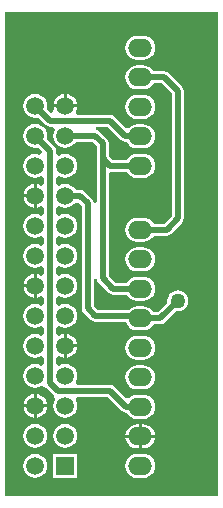
<source format=gbl>
G04 Layer_Physical_Order=2*
G04 Layer_Color=16711680*
%FSLAX25Y25*%
%MOIN*%
G70*
G01*
G75*
%ADD10C,0.01969*%
%ADD11C,0.05906*%
%ADD12R,0.05906X0.05906*%
%ADD13O,0.08000X0.06000*%
%ADD14C,0.05000*%
G36*
X70866Y0D02*
X0D01*
Y161417D01*
X70866D01*
Y0D01*
D02*
G37*
%LPC*%
G36*
X46000Y153405D02*
X44000D01*
X42956Y153267D01*
X41983Y152864D01*
X41147Y152223D01*
X40506Y151387D01*
X40103Y150414D01*
X39966Y149370D01*
X40103Y148326D01*
X40506Y147353D01*
X41147Y146517D01*
X41983Y145876D01*
X42956Y145473D01*
X44000Y145336D01*
X46000D01*
X47044Y145473D01*
X48017Y145876D01*
X48853Y146517D01*
X49494Y147353D01*
X49897Y148326D01*
X50034Y149370D01*
X49897Y150414D01*
X49494Y151387D01*
X48853Y152223D01*
X48017Y152864D01*
X47044Y153267D01*
X46000Y153405D01*
D02*
G37*
G36*
X20500Y133921D02*
Y130500D01*
X23921D01*
X23851Y131032D01*
X23453Y131993D01*
X22819Y132819D01*
X21993Y133453D01*
X21032Y133851D01*
X20500Y133921D01*
D02*
G37*
G36*
X19500D02*
X18968Y133851D01*
X18007Y133453D01*
X17181Y132819D01*
X16547Y131993D01*
X16149Y131032D01*
X16079Y130500D01*
X19500D01*
Y133921D01*
D02*
G37*
G36*
X46000Y133720D02*
X44000D01*
X42956Y133582D01*
X41983Y133179D01*
X41147Y132538D01*
X40506Y131702D01*
X40103Y130729D01*
X39966Y129685D01*
X40103Y128641D01*
X40506Y127668D01*
X41147Y126832D01*
X41983Y126191D01*
X42956Y125788D01*
X44000Y125651D01*
X46000D01*
X47044Y125788D01*
X48017Y126191D01*
X48853Y126832D01*
X49494Y127668D01*
X49897Y128641D01*
X50034Y129685D01*
X49897Y130729D01*
X49494Y131702D01*
X48853Y132538D01*
X48017Y133179D01*
X47044Y133582D01*
X46000Y133720D01*
D02*
G37*
G36*
X10000Y133987D02*
X8968Y133851D01*
X8007Y133453D01*
X7181Y132819D01*
X6547Y131993D01*
X6149Y131032D01*
X6013Y130000D01*
X6149Y128968D01*
X6547Y128007D01*
X7181Y127181D01*
X8007Y126547D01*
X8968Y126149D01*
X10000Y126013D01*
X10995Y126144D01*
X13569Y123569D01*
X14226Y123131D01*
X15000Y122977D01*
X16041D01*
X16547Y121993D01*
X16149Y121032D01*
X16013Y120000D01*
X16149Y118968D01*
X16547Y118007D01*
X17181Y117181D01*
X18007Y116547D01*
X18968Y116149D01*
X20000Y116013D01*
X21032Y116149D01*
X21993Y116547D01*
X22819Y117181D01*
X23430Y117977D01*
X29162D01*
X30477Y116662D01*
Y112500D01*
Y97831D01*
X29477Y97733D01*
X29369Y98274D01*
X28931Y98931D01*
X26431Y101431D01*
X25774Y101869D01*
X25000Y102023D01*
X23430D01*
X22819Y102819D01*
X21993Y103453D01*
X21032Y103851D01*
X20000Y103987D01*
X18968Y103851D01*
X18007Y103453D01*
X17023Y103959D01*
Y106041D01*
X18007Y106547D01*
X18968Y106149D01*
X20000Y106013D01*
X21032Y106149D01*
X21993Y106547D01*
X22819Y107181D01*
X23453Y108007D01*
X23851Y108968D01*
X23987Y110000D01*
X23851Y111032D01*
X23453Y111993D01*
X22819Y112819D01*
X21993Y113453D01*
X21032Y113851D01*
X20000Y113987D01*
X18968Y113851D01*
X18007Y113453D01*
X17023Y113959D01*
Y115000D01*
X16869Y115774D01*
X16431Y116431D01*
X13856Y119005D01*
X13987Y120000D01*
X13851Y121032D01*
X13453Y121993D01*
X12819Y122819D01*
X11993Y123453D01*
X11032Y123851D01*
X10000Y123987D01*
X8968Y123851D01*
X8007Y123453D01*
X7181Y122819D01*
X6547Y121993D01*
X6149Y121032D01*
X6013Y120000D01*
X6149Y118968D01*
X6547Y118007D01*
X7181Y117181D01*
X8007Y116547D01*
X8968Y116149D01*
X10000Y116013D01*
X10995Y116144D01*
X12369Y114770D01*
X12311Y114403D01*
X11202Y113781D01*
X11032Y113851D01*
X10000Y113987D01*
X8968Y113851D01*
X8007Y113453D01*
X7181Y112819D01*
X6547Y111993D01*
X6149Y111032D01*
X6013Y110000D01*
X6149Y108968D01*
X6547Y108007D01*
X7181Y107181D01*
X8007Y106547D01*
X8968Y106149D01*
X10000Y106013D01*
X11032Y106149D01*
X11993Y106547D01*
X12977Y106041D01*
Y103959D01*
X11993Y103453D01*
X11032Y103851D01*
X10500Y103921D01*
Y100000D01*
Y96079D01*
X11032Y96149D01*
X11993Y96547D01*
X12977Y96041D01*
Y93959D01*
X11993Y93453D01*
X11032Y93851D01*
X10000Y93987D01*
X8968Y93851D01*
X8007Y93453D01*
X7181Y92819D01*
X6547Y91993D01*
X6149Y91032D01*
X6013Y90000D01*
X6149Y88968D01*
X6547Y88007D01*
X7181Y87181D01*
X8007Y86547D01*
X8968Y86149D01*
X10000Y86013D01*
X11032Y86149D01*
X11993Y86547D01*
X12977Y86041D01*
Y83959D01*
X11993Y83453D01*
X11032Y83851D01*
X10000Y83987D01*
X8968Y83851D01*
X8007Y83453D01*
X7181Y82819D01*
X6547Y81993D01*
X6149Y81032D01*
X6013Y80000D01*
X6149Y78968D01*
X6547Y78007D01*
X7181Y77181D01*
X8007Y76547D01*
X8968Y76149D01*
X10000Y76013D01*
X11032Y76149D01*
X11993Y76547D01*
X12977Y76041D01*
Y73959D01*
X11993Y73453D01*
X11032Y73851D01*
X10500Y73921D01*
Y70000D01*
Y66079D01*
X11032Y66149D01*
X11993Y66547D01*
X12977Y66041D01*
Y63959D01*
X11993Y63453D01*
X11032Y63851D01*
X10000Y63987D01*
X8968Y63851D01*
X8007Y63453D01*
X7181Y62819D01*
X6547Y61993D01*
X6149Y61032D01*
X6013Y60000D01*
X6149Y58968D01*
X6547Y58007D01*
X7181Y57181D01*
X8007Y56547D01*
X8968Y56149D01*
X10000Y56013D01*
X11032Y56149D01*
X11993Y56547D01*
X12977Y56041D01*
Y53959D01*
X11993Y53453D01*
X11032Y53851D01*
X10000Y53987D01*
X8968Y53851D01*
X8007Y53453D01*
X7181Y52819D01*
X6547Y51993D01*
X6149Y51032D01*
X6013Y50000D01*
X6149Y48968D01*
X6547Y48007D01*
X7181Y47181D01*
X8007Y46547D01*
X8968Y46149D01*
X10000Y46013D01*
X11032Y46149D01*
X11993Y46547D01*
X12977Y46041D01*
Y43959D01*
X11993Y43453D01*
X11032Y43851D01*
X10000Y43987D01*
X8968Y43851D01*
X8007Y43453D01*
X7181Y42819D01*
X6547Y41993D01*
X6149Y41032D01*
X6013Y40000D01*
X6149Y38968D01*
X6547Y38007D01*
X7181Y37181D01*
X8007Y36547D01*
X8968Y36149D01*
X10000Y36013D01*
X11032Y36149D01*
X11993Y36547D01*
X12127Y36649D01*
X12319Y36664D01*
X13381Y36351D01*
X13569Y36069D01*
X16069Y33569D01*
X16352Y33381D01*
X16664Y32319D01*
X16649Y32127D01*
X16547Y31993D01*
X16149Y31032D01*
X16013Y30000D01*
X16149Y28968D01*
X16547Y28007D01*
X17181Y27181D01*
X18007Y26547D01*
X18968Y26149D01*
X20000Y26013D01*
X21032Y26149D01*
X21993Y26547D01*
X22819Y27181D01*
X23453Y28007D01*
X23851Y28968D01*
X23987Y30000D01*
X23851Y31032D01*
X23453Y31993D01*
X23959Y32977D01*
X34162D01*
X38884Y28255D01*
X39541Y27816D01*
X40315Y27662D01*
X40510D01*
X41147Y26832D01*
X41983Y26191D01*
X42956Y25788D01*
X44000Y25651D01*
X46000D01*
X47044Y25788D01*
X48017Y26191D01*
X48853Y26832D01*
X49494Y27668D01*
X49897Y28641D01*
X50034Y29685D01*
X49897Y30729D01*
X49494Y31702D01*
X48853Y32538D01*
X48017Y33179D01*
X47044Y33582D01*
X46000Y33720D01*
X44000D01*
X42956Y33582D01*
X41983Y33179D01*
X41147Y32538D01*
X40374Y32487D01*
X36431Y36431D01*
X35774Y36869D01*
X35000Y37023D01*
X23959D01*
X23453Y38007D01*
X23851Y38968D01*
X23987Y40000D01*
X23851Y41032D01*
X23453Y41993D01*
X22819Y42819D01*
X21993Y43453D01*
X21032Y43851D01*
X20000Y43987D01*
X18968Y43851D01*
X18007Y43453D01*
X17023Y43959D01*
Y46041D01*
X18007Y46547D01*
X18968Y46149D01*
X19500Y46079D01*
Y50000D01*
Y53921D01*
X18968Y53851D01*
X18007Y53453D01*
X17023Y53959D01*
Y56041D01*
X18007Y56547D01*
X18968Y56149D01*
X20000Y56013D01*
X21032Y56149D01*
X21993Y56547D01*
X22819Y57181D01*
X23453Y58007D01*
X23851Y58968D01*
X23987Y60000D01*
X23851Y61032D01*
X23453Y61993D01*
X22819Y62819D01*
X21993Y63453D01*
X21032Y63851D01*
X20000Y63987D01*
X18968Y63851D01*
X18007Y63453D01*
X17023Y63959D01*
Y66041D01*
X18007Y66547D01*
X18968Y66149D01*
X20000Y66013D01*
X21032Y66149D01*
X21993Y66547D01*
X22819Y67181D01*
X23453Y68007D01*
X23851Y68968D01*
X23987Y70000D01*
X23851Y71032D01*
X23453Y71993D01*
X22819Y72819D01*
X21993Y73453D01*
X21032Y73851D01*
X20000Y73987D01*
X18968Y73851D01*
X18007Y73453D01*
X17023Y73959D01*
Y76041D01*
X18007Y76547D01*
X18968Y76149D01*
X20000Y76013D01*
X21032Y76149D01*
X21993Y76547D01*
X22819Y77181D01*
X23453Y78007D01*
X23851Y78968D01*
X23987Y80000D01*
X23851Y81032D01*
X23453Y81993D01*
X22819Y82819D01*
X21993Y83453D01*
X21032Y83851D01*
X20000Y83987D01*
X18968Y83851D01*
X18007Y83453D01*
X17023Y83959D01*
Y86041D01*
X18007Y86547D01*
X18968Y86149D01*
X20000Y86013D01*
X21032Y86149D01*
X21993Y86547D01*
X22819Y87181D01*
X23453Y88007D01*
X23851Y88968D01*
X23987Y90000D01*
X23851Y91032D01*
X23453Y91993D01*
X22819Y92819D01*
X21993Y93453D01*
X21032Y93851D01*
X20000Y93987D01*
X18968Y93851D01*
X18007Y93453D01*
X17023Y93959D01*
Y96041D01*
X18007Y96547D01*
X18968Y96149D01*
X20000Y96013D01*
X21032Y96149D01*
X21993Y96547D01*
X22819Y97181D01*
X23256Y97750D01*
X24339Y97800D01*
X25477Y96662D01*
Y62500D01*
X25631Y61726D01*
X26069Y61069D01*
X28569Y58569D01*
X29226Y58131D01*
X30000Y57977D01*
X40182D01*
X40506Y57195D01*
X41147Y56360D01*
X41983Y55719D01*
X42956Y55316D01*
X44000Y55178D01*
X46000D01*
X47044Y55316D01*
X48017Y55719D01*
X48853Y56360D01*
X49490Y57190D01*
X51713D01*
X52487Y57344D01*
X53143Y57782D01*
X56909Y61548D01*
X57500Y61470D01*
X58414Y61590D01*
X59265Y61943D01*
X59996Y62504D01*
X60557Y63235D01*
X60910Y64086D01*
X61030Y65000D01*
X60910Y65914D01*
X60557Y66765D01*
X59996Y67496D01*
X59265Y68057D01*
X58414Y68410D01*
X57500Y68530D01*
X56586Y68410D01*
X55735Y68057D01*
X55004Y67496D01*
X54443Y66765D01*
X54090Y65914D01*
X53970Y65000D01*
X54048Y64409D01*
X50875Y61236D01*
X49490D01*
X48853Y62065D01*
X48017Y62707D01*
X47044Y63110D01*
X46000Y63247D01*
X44000D01*
X42956Y63110D01*
X41983Y62707D01*
X41147Y62065D01*
X41115Y62023D01*
X30838D01*
X29523Y63338D01*
Y72169D01*
X30523Y72268D01*
X30631Y71726D01*
X31069Y71069D01*
X34514Y67625D01*
X35171Y67186D01*
X35945Y67032D01*
X40510D01*
X41147Y66202D01*
X41983Y65561D01*
X42956Y65158D01*
X44000Y65021D01*
X46000D01*
X47044Y65158D01*
X48017Y65561D01*
X48853Y66202D01*
X49494Y67038D01*
X49897Y68011D01*
X50034Y69055D01*
X49897Y70099D01*
X49494Y71072D01*
X48853Y71908D01*
X48017Y72549D01*
X47044Y72952D01*
X46000Y73090D01*
X44000D01*
X42956Y72952D01*
X41983Y72549D01*
X41147Y71908D01*
X40510Y71078D01*
X36783D01*
X34523Y73338D01*
Y107586D01*
X35000Y107977D01*
X40510D01*
X41147Y107147D01*
X41983Y106506D01*
X42956Y106103D01*
X44000Y105965D01*
X46000D01*
X47044Y106103D01*
X48017Y106506D01*
X48853Y107147D01*
X49494Y107983D01*
X49897Y108956D01*
X50034Y110000D01*
X49897Y111044D01*
X49494Y112017D01*
X48853Y112853D01*
X48017Y113494D01*
X47044Y113897D01*
X46000Y114034D01*
X44000D01*
X42956Y113897D01*
X41983Y113494D01*
X41147Y112853D01*
X40510Y112023D01*
X35838D01*
X34523Y113338D01*
Y117500D01*
X34369Y118274D01*
X33931Y118931D01*
X31431Y121431D01*
X30774Y121869D01*
X30233Y121977D01*
X30331Y122977D01*
X34162D01*
X38569Y118569D01*
X39226Y118131D01*
X40000Y117977D01*
X40443D01*
X40506Y117825D01*
X41147Y116990D01*
X41983Y116349D01*
X42956Y115945D01*
X44000Y115808D01*
X46000D01*
X47044Y115945D01*
X48017Y116349D01*
X48853Y116990D01*
X49494Y117825D01*
X49897Y118798D01*
X50034Y119843D01*
X49897Y120887D01*
X49494Y121860D01*
X48853Y122695D01*
X48017Y123337D01*
X47044Y123740D01*
X46000Y123877D01*
X44000D01*
X42956Y123740D01*
X41983Y123337D01*
X41147Y122695D01*
X40226Y122635D01*
X36431Y126431D01*
X35774Y126869D01*
X35000Y127023D01*
X23959D01*
X23453Y128007D01*
X23851Y128968D01*
X23921Y129500D01*
X20000D01*
X16079D01*
X16149Y128968D01*
X16219Y128798D01*
X15597Y127689D01*
X15230Y127631D01*
X13856Y129005D01*
X13987Y130000D01*
X13851Y131032D01*
X13453Y131993D01*
X12819Y132819D01*
X11993Y133453D01*
X11032Y133851D01*
X10000Y133987D01*
D02*
G37*
G36*
X9500Y103921D02*
X8968Y103851D01*
X8007Y103453D01*
X7181Y102819D01*
X6547Y101993D01*
X6149Y101032D01*
X6079Y100500D01*
X9500D01*
Y103921D01*
D02*
G37*
G36*
Y99500D02*
X6079D01*
X6149Y98968D01*
X6547Y98007D01*
X7181Y97181D01*
X8007Y96547D01*
X8968Y96149D01*
X9500Y96079D01*
Y99500D01*
D02*
G37*
G36*
X46000Y143562D02*
X44000D01*
X42956Y143425D01*
X41983Y143022D01*
X41147Y142380D01*
X40506Y141545D01*
X40103Y140572D01*
X39966Y139528D01*
X40103Y138483D01*
X40506Y137510D01*
X41147Y136675D01*
X41983Y136034D01*
X42956Y135631D01*
X44000Y135493D01*
X46000D01*
X47044Y135631D01*
X48017Y136034D01*
X48853Y136675D01*
X49490Y137504D01*
X52134D01*
X55477Y134162D01*
Y93338D01*
X52902Y90763D01*
X49490D01*
X48853Y91593D01*
X48017Y92234D01*
X47044Y92637D01*
X46000Y92775D01*
X44000D01*
X42956Y92637D01*
X41983Y92234D01*
X41147Y91593D01*
X40506Y90757D01*
X40103Y89784D01*
X39966Y88740D01*
X40103Y87696D01*
X40506Y86723D01*
X41147Y85887D01*
X41983Y85246D01*
X42956Y84843D01*
X44000Y84706D01*
X46000D01*
X47044Y84843D01*
X48017Y85246D01*
X48853Y85887D01*
X49490Y86717D01*
X53740D01*
X54514Y86871D01*
X55171Y87310D01*
X58931Y91069D01*
X59369Y91726D01*
X59523Y92500D01*
Y135000D01*
X59369Y135774D01*
X58931Y136431D01*
X54403Y140958D01*
X53747Y141397D01*
X52972Y141551D01*
X49490D01*
X48853Y142380D01*
X48017Y143022D01*
X47044Y143425D01*
X46000Y143562D01*
D02*
G37*
G36*
Y82932D02*
X44000D01*
X42956Y82795D01*
X41983Y82392D01*
X41147Y81751D01*
X40506Y80915D01*
X40103Y79942D01*
X39966Y78898D01*
X40103Y77853D01*
X40506Y76880D01*
X41147Y76045D01*
X41983Y75404D01*
X42956Y75001D01*
X44000Y74863D01*
X46000D01*
X47044Y75001D01*
X48017Y75404D01*
X48853Y76045D01*
X49494Y76880D01*
X49897Y77853D01*
X50034Y78898D01*
X49897Y79942D01*
X49494Y80915D01*
X48853Y81751D01*
X48017Y82392D01*
X47044Y82795D01*
X46000Y82932D01*
D02*
G37*
G36*
X9500Y73921D02*
X8968Y73851D01*
X8007Y73453D01*
X7181Y72819D01*
X6547Y71993D01*
X6149Y71032D01*
X6079Y70500D01*
X9500D01*
Y73921D01*
D02*
G37*
G36*
Y69500D02*
X6079D01*
X6149Y68968D01*
X6547Y68007D01*
X7181Y67181D01*
X8007Y66547D01*
X8968Y66149D01*
X9500Y66079D01*
Y69500D01*
D02*
G37*
G36*
X20500Y53921D02*
Y50500D01*
X23921D01*
X23851Y51032D01*
X23453Y51993D01*
X22819Y52819D01*
X21993Y53453D01*
X21032Y53851D01*
X20500Y53921D01*
D02*
G37*
G36*
X23921Y49500D02*
X20500D01*
Y46079D01*
X21032Y46149D01*
X21993Y46547D01*
X22819Y47181D01*
X23453Y48007D01*
X23851Y48968D01*
X23921Y49500D01*
D02*
G37*
G36*
X46000Y53405D02*
X44000D01*
X42956Y53267D01*
X41983Y52864D01*
X41147Y52223D01*
X40506Y51387D01*
X40103Y50414D01*
X39966Y49370D01*
X40103Y48326D01*
X40506Y47353D01*
X41147Y46517D01*
X41983Y45876D01*
X42956Y45473D01*
X44000Y45336D01*
X46000D01*
X47044Y45473D01*
X48017Y45876D01*
X48853Y46517D01*
X49494Y47353D01*
X49897Y48326D01*
X50034Y49370D01*
X49897Y50414D01*
X49494Y51387D01*
X48853Y52223D01*
X48017Y52864D01*
X47044Y53267D01*
X46000Y53405D01*
D02*
G37*
G36*
Y43562D02*
X44000D01*
X42956Y43425D01*
X41983Y43022D01*
X41147Y42380D01*
X40506Y41545D01*
X40103Y40572D01*
X39966Y39528D01*
X40103Y38483D01*
X40506Y37510D01*
X41147Y36675D01*
X41983Y36034D01*
X42956Y35631D01*
X44000Y35493D01*
X46000D01*
X47044Y35631D01*
X48017Y36034D01*
X48853Y36675D01*
X49494Y37510D01*
X49897Y38483D01*
X50034Y39528D01*
X49897Y40572D01*
X49494Y41545D01*
X48853Y42380D01*
X48017Y43022D01*
X47044Y43425D01*
X46000Y43562D01*
D02*
G37*
G36*
X10500Y33921D02*
Y30500D01*
X13921D01*
X13851Y31032D01*
X13453Y31993D01*
X12819Y32819D01*
X11993Y33453D01*
X11032Y33851D01*
X10500Y33921D01*
D02*
G37*
G36*
X9500D02*
X8968Y33851D01*
X8007Y33453D01*
X7181Y32819D01*
X6547Y31993D01*
X6149Y31032D01*
X6079Y30500D01*
X9500D01*
Y33921D01*
D02*
G37*
G36*
X13921Y29500D02*
X10500D01*
Y26079D01*
X11032Y26149D01*
X11993Y26547D01*
X12819Y27181D01*
X13453Y28007D01*
X13851Y28968D01*
X13921Y29500D01*
D02*
G37*
G36*
X9500D02*
X6079D01*
X6149Y28968D01*
X6547Y28007D01*
X7181Y27181D01*
X8007Y26547D01*
X8968Y26149D01*
X9500Y26079D01*
Y29500D01*
D02*
G37*
G36*
X46000Y23877D02*
X45500D01*
Y20343D01*
X49969D01*
X49897Y20887D01*
X49494Y21860D01*
X48853Y22695D01*
X48017Y23336D01*
X47044Y23740D01*
X46000Y23877D01*
D02*
G37*
G36*
X44500D02*
X44000D01*
X42956Y23740D01*
X41983Y23336D01*
X41147Y22695D01*
X40506Y21860D01*
X40103Y20887D01*
X40031Y20343D01*
X44500D01*
Y23877D01*
D02*
G37*
G36*
X20000Y23987D02*
X18968Y23851D01*
X18007Y23453D01*
X17181Y22819D01*
X16547Y21993D01*
X16149Y21032D01*
X16013Y20000D01*
X16149Y18968D01*
X16547Y18007D01*
X17181Y17181D01*
X18007Y16547D01*
X18968Y16149D01*
X20000Y16013D01*
X21032Y16149D01*
X21993Y16547D01*
X22819Y17181D01*
X23453Y18007D01*
X23851Y18968D01*
X23987Y20000D01*
X23851Y21032D01*
X23453Y21993D01*
X22819Y22819D01*
X21993Y23453D01*
X21032Y23851D01*
X20000Y23987D01*
D02*
G37*
G36*
X10000D02*
X8968Y23851D01*
X8007Y23453D01*
X7181Y22819D01*
X6547Y21993D01*
X6149Y21032D01*
X6013Y20000D01*
X6149Y18968D01*
X6547Y18007D01*
X7181Y17181D01*
X8007Y16547D01*
X8968Y16149D01*
X10000Y16013D01*
X11032Y16149D01*
X11993Y16547D01*
X12819Y17181D01*
X13453Y18007D01*
X13851Y18968D01*
X13987Y20000D01*
X13851Y21032D01*
X13453Y21993D01*
X12819Y22819D01*
X11993Y23453D01*
X11032Y23851D01*
X10000Y23987D01*
D02*
G37*
G36*
X49969Y19342D02*
X45500D01*
Y15808D01*
X46000D01*
X47044Y15946D01*
X48017Y16349D01*
X48853Y16990D01*
X49494Y17825D01*
X49897Y18798D01*
X49969Y19342D01*
D02*
G37*
G36*
X44500D02*
X40031D01*
X40103Y18798D01*
X40506Y17825D01*
X41147Y16990D01*
X41983Y16349D01*
X42956Y15946D01*
X44000Y15808D01*
X44500D01*
Y19342D01*
D02*
G37*
G36*
X23953Y13953D02*
X16047D01*
Y6047D01*
X23953D01*
Y13953D01*
D02*
G37*
G36*
X10000Y13987D02*
X8968Y13851D01*
X8007Y13453D01*
X7181Y12819D01*
X6547Y11993D01*
X6149Y11032D01*
X6013Y10000D01*
X6149Y8968D01*
X6547Y8007D01*
X7181Y7181D01*
X8007Y6547D01*
X8968Y6149D01*
X10000Y6013D01*
X11032Y6149D01*
X11993Y6547D01*
X12819Y7181D01*
X13453Y8007D01*
X13851Y8968D01*
X13987Y10000D01*
X13851Y11032D01*
X13453Y11993D01*
X12819Y12819D01*
X11993Y13453D01*
X11032Y13851D01*
X10000Y13987D01*
D02*
G37*
G36*
X46000Y14035D02*
X44000D01*
X42956Y13897D01*
X41983Y13494D01*
X41147Y12853D01*
X40506Y12017D01*
X40103Y11044D01*
X39966Y10000D01*
X40103Y8956D01*
X40506Y7983D01*
X41147Y7147D01*
X41983Y6506D01*
X42956Y6103D01*
X44000Y5965D01*
X46000D01*
X47044Y6103D01*
X48017Y6506D01*
X48853Y7147D01*
X49494Y7983D01*
X49897Y8956D01*
X50034Y10000D01*
X49897Y11044D01*
X49494Y12017D01*
X48853Y12853D01*
X48017Y13494D01*
X47044Y13897D01*
X46000Y14035D01*
D02*
G37*
%LPD*%
D10*
X44213Y60000D02*
X45000Y59213D01*
X27500Y62500D02*
X30000Y60000D01*
X44213D01*
X20000Y100000D02*
X25000D01*
X27500Y97500D01*
Y62500D02*
Y97500D01*
X35945Y69055D02*
X45000D01*
X32500Y72500D02*
X35945Y69055D01*
X30000Y120000D02*
X32500Y117500D01*
X20000Y120000D02*
X30000D01*
X10000D02*
X15000Y115000D01*
Y37500D02*
Y115000D01*
Y37500D02*
X17500Y35000D01*
X35000D01*
X40315Y29685D01*
X45000D01*
X35000Y110000D02*
X45000D01*
X32500Y112500D02*
X35000Y110000D01*
X32500Y72500D02*
Y112500D01*
Y117500D01*
X44842Y120000D02*
X45000Y119843D01*
X40000Y120000D02*
X44842D01*
X35000Y125000D02*
X40000Y120000D01*
X15000Y125000D02*
X35000D01*
X10000Y130000D02*
X15000Y125000D01*
X45000Y129685D02*
X45315Y130000D01*
X45000Y59213D02*
X51713D01*
X57500Y65000D01*
X45000Y139528D02*
X52972D01*
X57500Y135000D01*
Y92500D02*
Y135000D01*
X53740Y88740D02*
X57500Y92500D01*
X45000Y88740D02*
X53740D01*
D11*
X10000Y130000D02*
D03*
X20000D02*
D03*
X10000Y120000D02*
D03*
X20000D02*
D03*
X10000Y110000D02*
D03*
X20000D02*
D03*
X10000Y100000D02*
D03*
X20000D02*
D03*
X10000Y90000D02*
D03*
X20000D02*
D03*
X10000Y80000D02*
D03*
X20000D02*
D03*
X10000Y70000D02*
D03*
X20000D02*
D03*
X10000Y60000D02*
D03*
X20000D02*
D03*
X10000Y50000D02*
D03*
X20000D02*
D03*
X10000Y40000D02*
D03*
X20000D02*
D03*
X10000Y30000D02*
D03*
X20000D02*
D03*
X10000Y20000D02*
D03*
X20000D02*
D03*
X10000Y10000D02*
D03*
D12*
X20000D02*
D03*
D13*
X45000Y149370D02*
D03*
Y139528D02*
D03*
Y129685D02*
D03*
Y119843D02*
D03*
Y110000D02*
D03*
Y88740D02*
D03*
Y78898D02*
D03*
Y69055D02*
D03*
Y59213D02*
D03*
Y10000D02*
D03*
Y19842D02*
D03*
Y29685D02*
D03*
Y39528D02*
D03*
Y49370D02*
D03*
D14*
X57500Y65000D02*
D03*
M02*

</source>
